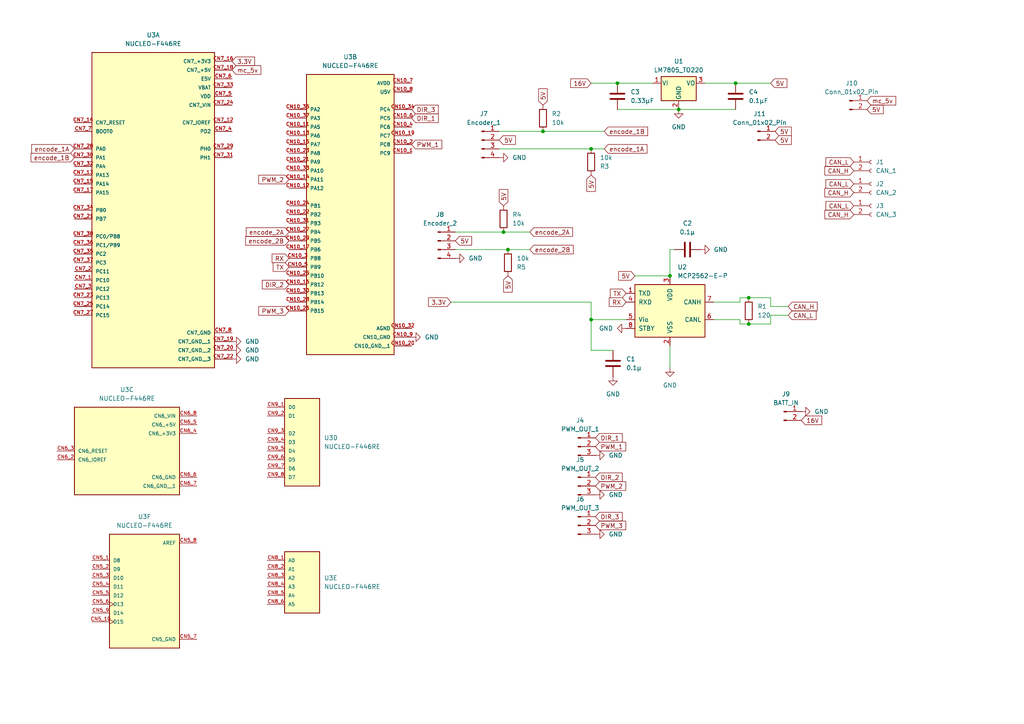
<source format=kicad_sch>
(kicad_sch (version 20231120) (generator "eeschema") (generator_version "8.0")
  (paper "A4")
  (lib_symbols
    (symbol "Connector:Conn_01x02_Pin" (pin_names (offset 1.016) hide)
      (property "Reference" "J" (at 0 2.54 0))
      (property "Value" "Conn_01x02_Pin" (at 0 -5.08 0))
      (symbol "Conn_01x02_Pin_1_1"
        (polyline (pts (xy 1.27 -2.54) (xy 0.8636 -2.54)) (stroke (width 0.1524)))
        (polyline (pts (xy 1.27 0) (xy 0.8636 0)) (stroke (width 0.1524)))
        (rectangle (start 0.8636 -2.413) (end 0 -2.667) (stroke (width 0.1524)) (fill (type outline)))
        (rectangle (start 0.8636 0.127) (end 0 -0.127) (stroke (width 0.1524)) (fill (type outline)))
        (pin passive line (at 5.08 0 180) (length 3.81) (name "Pin_1") (number "1"))
        (pin passive line (at 5.08 -2.54 180) (length 3.81) (name "Pin_2") (number "2"))
      )
    )
    (symbol "Connector:Conn_01x02_Socket" (pin_names (offset 1.016) hide)
      (property "Reference" "J" (at 0 2.54 0))
      (property "Value" "Conn_01x02_Socket" (at 0 -5.08 0))
      (symbol "Conn_01x02_Socket_1_1"
        (arc (start 0 -2.032) (mid -0.5058 -2.54) (end 0 -3.048) (stroke (width 0.1524)))
        (polyline (pts (xy -1.27 -2.54) (xy -0.508 -2.54)) (stroke (width 0.1524)))
        (polyline (pts (xy -1.27 0) (xy -0.508 0)) (stroke (width 0.1524)))
        (arc (start 0 0.508) (mid -0.5058 0) (end 0 -0.508) (stroke (width 0.1524)))
        (pin passive line (at -5.08 0 0) (length 3.81) (name "Pin_1") (number "1"))
        (pin passive line (at -5.08 -2.54 0) (length 3.81) (name "Pin_2") (number "2"))
      )
    )
    (symbol "Connector:Conn_01x03_Pin" (pin_names (offset 1.016) hide)
      (property "Reference" "J" (at 0 5.08 0))
      (property "Value" "Conn_01x03_Pin" (at 0 -5.08 0))
      (symbol "Conn_01x03_Pin_1_1"
        (polyline (pts (xy 1.27 -2.54) (xy 0.8636 -2.54)) (stroke (width 0.1524)))
        (polyline (pts (xy 1.27 0) (xy 0.8636 0)) (stroke (width 0.1524)))
        (polyline (pts (xy 1.27 2.54) (xy 0.8636 2.54)) (stroke (width 0.1524)))
        (rectangle (start 0.8636 -2.413) (end 0 -2.667) (stroke (width 0.1524)) (fill (type outline)))
        (rectangle (start 0.8636 0.127) (end 0 -0.127) (stroke (width 0.1524)) (fill (type outline)))
        (rectangle (start 0.8636 2.667) (end 0 2.413) (stroke (width 0.1524)) (fill (type outline)))
        (pin passive line (at 5.08 2.54 180) (length 3.81) (name "Pin_1") (number "1"))
        (pin passive line (at 5.08 0 180) (length 3.81) (name "Pin_2") (number "2"))
        (pin passive line (at 5.08 -2.54 180) (length 3.81) (name "Pin_3") (number "3"))
      )
    )
    (symbol "Connector:Conn_01x04_Pin" (pin_names (offset 1.016) hide)
      (property "Reference" "J" (at 0 5.08 0))
      (property "Value" "Conn_01x04_Pin" (at 0 -7.62 0))
      (symbol "Conn_01x04_Pin_1_1"
        (polyline (pts (xy 1.27 -5.08) (xy 0.8636 -5.08)) (stroke (width 0.1524)))
        (polyline (pts (xy 1.27 -2.54) (xy 0.8636 -2.54)) (stroke (width 0.1524)))
        (polyline (pts (xy 1.27 0) (xy 0.8636 0)) (stroke (width 0.1524)))
        (polyline (pts (xy 1.27 2.54) (xy 0.8636 2.54)) (stroke (width 0.1524)))
        (rectangle (start 0.8636 -4.953) (end 0 -5.207) (stroke (width 0.1524)) (fill (type outline)))
        (rectangle (start 0.8636 -2.413) (end 0 -2.667) (stroke (width 0.1524)) (fill (type outline)))
        (rectangle (start 0.8636 0.127) (end 0 -0.127) (stroke (width 0.1524)) (fill (type outline)))
        (rectangle (start 0.8636 2.667) (end 0 2.413) (stroke (width 0.1524)) (fill (type outline)))
        (pin passive line (at 5.08 2.54 180) (length 3.81) (name "Pin_1") (number "1"))
        (pin passive line (at 5.08 0 180) (length 3.81) (name "Pin_2") (number "2"))
        (pin passive line (at 5.08 -2.54 180) (length 3.81) (name "Pin_3") (number "3"))
        (pin passive line (at 5.08 -5.08 180) (length 3.81) (name "Pin_4") (number "4"))
      )
    )
    (symbol "Device:C" (pin_numbers hide) (pin_names (offset 0.254))
      (property "Reference" "C" (at 0.635 2.54 0))
      (property "Value" "C" (at 0.635 -2.54 0))
      (symbol "C_0_1"
        (polyline (pts (xy -2.032 -0.762) (xy 2.032 -0.762)) (stroke (width 0.508)))
        (polyline (pts (xy -2.032 0.762) (xy 2.032 0.762)) (stroke (width 0.508)))
      )
      (symbol "C_1_1"
        (pin passive line (at 0 3.81 270) (length 2.794) (name "~") (number "1"))
        (pin passive line (at 0 -3.81 90) (length 2.794) (name "~") (number "2"))
      )
    )
    (symbol "Device:R" (pin_numbers hide) (pin_names (offset 0))
      (property "Reference" "R" (at 2.032 0 90))
      (property "Value" "R" (at 0 0 90))
      (symbol "R_0_1"
        (rectangle (start -1.016 -2.54) (end 1.016 2.54) (stroke (width 0.254)))
      )
      (symbol "R_1_1"
        (pin passive line (at 0 3.81 270) (length 1.27) (name "~") (number "1"))
        (pin passive line (at 0 -3.81 90) (length 1.27) (name "~") (number "2"))
      )
    )
    (symbol "Interface_CAN_LIN:MCP2562-E-P" (pin_names (offset 1.016))
      (property "Reference" "U" (at -10.16 8.89 0))
      (property "Value" "MCP2562-E-P" (at 2.54 8.89 0))
      (symbol "MCP2562-E-P_0_1"
        (rectangle (start -10.16 7.62) (end 10.16 -7.62) (stroke (width 0.254)) (fill (type background)))
      )
      (symbol "MCP2562-E-P_1_1"
        (pin input line (at -12.7 5.08 0) (length 2.54) (name "TXD") (number "1"))
        (pin power_in line (at 0 -10.16 90) (length 2.54) (name "VSS") (number "2"))
        (pin power_in line (at 0 10.16 270) (length 2.54) (name "VDD") (number "3"))
        (pin output line (at -12.7 2.54 0) (length 2.54) (name "RXD") (number "4"))
        (pin power_in line (at -12.7 -2.54 0) (length 2.54) (name "Vio") (number "5"))
        (pin bidirectional line (at 12.7 -2.54 180) (length 2.54) (name "CANL") (number "6"))
        (pin bidirectional line (at 12.7 2.54 180) (length 2.54) (name "CANH") (number "7"))
        (pin input line (at -12.7 -5.08 0) (length 2.54) (name "STBY") (number "8"))
      )
    )
    (symbol "NUCLEO-F446RE:NUCLEO-F446RE" (pin_names (offset 1.016))
      (property "Reference" "U" (at -17.78 41.91 0))
      (property "Value" "NUCLEO-F446RE" (at -17.78 -52.07 0))
      (symbol "NUCLEO-F446RE_1_0"
        (rectangle (start -17.78 -50.8) (end 17.78 40.64) (stroke (width 0.254)) (fill (type background)))
        (pin bidirectional line (at -22.86 -25.4 0) (length 5.08) (name "PC10") (number "CN7_1"))
        (pin bidirectional line (at 22.86 20.32 180) (length 5.08) (name "CN7_IOREF") (number "CN7_12"))
        (pin bidirectional line (at -22.86 5.08 0) (length 5.08) (name "PA13") (number "CN7_13"))
        (pin bidirectional line (at -22.86 20.32 0) (length 5.08) (name "CN7_RESET") (number "CN7_14"))
        (pin bidirectional line (at -22.86 2.54 0) (length 5.08) (name "PA14") (number "CN7_15"))
        (pin power_in line (at 22.86 38.1 180) (length 5.08) (name "CN7_+3V3") (number "CN7_16"))
        (pin bidirectional line (at -22.86 0 0) (length 5.08) (name "PA15") (number "CN7_17"))
        (pin power_in line (at 22.86 35.56 180) (length 5.08) (name "CN7_+5V") (number "CN7_18"))
        (pin power_in line (at 22.86 -43.18 180) (length 5.08) (name "CN7_GND__1") (number "CN7_19"))
        (pin bidirectional line (at -22.86 -22.86 0) (length 5.08) (name "PC11") (number "CN7_2"))
        (pin power_in line (at 22.86 -45.72 180) (length 5.08) (name "CN7_GND__2") (number "CN7_20"))
        (pin bidirectional line (at -22.86 -7.62 0) (length 5.08) (name "PB7") (number "CN7_21"))
        (pin power_in line (at 22.86 -48.26 180) (length 5.08) (name "CN7_GND__3") (number "CN7_22"))
        (pin bidirectional line (at -22.86 -30.48 0) (length 5.08) (name "PC13") (number "CN7_23"))
        (pin power_in line (at 22.86 25.4 180) (length 5.08) (name "CN7_VIN") (number "CN7_24"))
        (pin bidirectional line (at -22.86 -33.02 0) (length 5.08) (name "PC14") (number "CN7_25"))
        (pin bidirectional line (at -22.86 -35.56 0) (length 5.08) (name "PC15") (number "CN7_27"))
        (pin bidirectional line (at -22.86 12.7 0) (length 5.08) (name "PA0") (number "CN7_28"))
        (pin bidirectional line (at 22.86 12.7 180) (length 5.08) (name "PH0") (number "CN7_29"))
        (pin bidirectional line (at -22.86 -27.94 0) (length 5.08) (name "PC12") (number "CN7_3"))
        (pin bidirectional line (at -22.86 10.16 0) (length 5.08) (name "PA1") (number "CN7_30"))
        (pin bidirectional line (at 22.86 10.16 180) (length 5.08) (name "PH1") (number "CN7_31"))
        (pin bidirectional line (at -22.86 7.62 0) (length 5.08) (name "PA4") (number "CN7_32"))
        (pin power_in line (at 22.86 30.48 180) (length 5.08) (name "VBAT") (number "CN7_33"))
        (pin bidirectional line (at -22.86 -5.08 0) (length 5.08) (name "PB0") (number "CN7_34"))
        (pin bidirectional line (at -22.86 -17.78 0) (length 5.08) (name "PC2") (number "CN7_35"))
        (pin bidirectional line (at -22.86 -15.24 0) (length 5.08) (name "PC1/PB9") (number "CN7_36"))
        (pin bidirectional line (at -22.86 -20.32 0) (length 5.08) (name "PC3") (number "CN7_37"))
        (pin bidirectional line (at -22.86 -12.7 0) (length 5.08) (name "PC0/PB8") (number "CN7_38"))
        (pin bidirectional line (at 22.86 17.78 180) (length 5.08) (name "PD2") (number "CN7_4"))
        (pin power_in line (at 22.86 27.94 180) (length 5.08) (name "VDD") (number "CN7_5"))
        (pin power_in line (at 22.86 33.02 180) (length 5.08) (name "E5V") (number "CN7_6"))
        (pin bidirectional line (at -22.86 17.78 0) (length 5.08) (name "BOOT0") (number "CN7_7"))
        (pin power_in line (at 22.86 -40.64 180) (length 5.08) (name "CN7_GND") (number "CN7_8"))
      )
      (symbol "NUCLEO-F446RE_2_0"
        (rectangle (start -12.7 -43.18) (end 12.7 38.1) (stroke (width 0.254)) (fill (type background)))
        (pin bidirectional line (at 17.78 15.24 180) (length 5.08) (name "PC9") (number "CN10_1"))
        (pin bidirectional line (at -17.78 22.86 0) (length 5.08) (name "PA5") (number "CN10_11"))
        (pin bidirectional line (at -17.78 5.08 0) (length 5.08) (name "PA12") (number "CN10_12"))
        (pin bidirectional line (at -17.78 20.32 0) (length 5.08) (name "PA6") (number "CN10_13"))
        (pin bidirectional line (at -17.78 7.62 0) (length 5.08) (name "PA11") (number "CN10_14"))
        (pin bidirectional line (at -17.78 17.78 0) (length 5.08) (name "PA7") (number "CN10_15"))
        (pin bidirectional line (at -17.78 -22.86 0) (length 5.08) (name "PB12") (number "CN10_16"))
        (pin bidirectional line (at -17.78 -12.7 0) (length 5.08) (name "PB6") (number "CN10_17"))
        (pin bidirectional line (at 17.78 20.32 180) (length 5.08) (name "PC7") (number "CN10_19"))
        (pin bidirectional line (at 17.78 17.78 180) (length 5.08) (name "PC8") (number "CN10_2"))
        (pin power_in line (at 17.78 -40.64 180) (length 5.08) (name "CN10_GND__1") (number "CN10_20"))
        (pin bidirectional line (at -17.78 12.7 0) (length 5.08) (name "PA9") (number "CN10_21"))
        (pin bidirectional line (at -17.78 -2.54 0) (length 5.08) (name "PB2") (number "CN10_22"))
        (pin bidirectional line (at -17.78 15.24 0) (length 5.08) (name "PA8") (number "CN10_23"))
        (pin bidirectional line (at -17.78 0 0) (length 5.08) (name "PB1") (number "CN10_24"))
        (pin bidirectional line (at -17.78 -20.32 0) (length 5.08) (name "PB10") (number "CN10_25"))
        (pin bidirectional line (at -17.78 -30.48 0) (length 5.08) (name "PB15") (number "CN10_26"))
        (pin bidirectional line (at -17.78 -7.62 0) (length 5.08) (name "PB4") (number "CN10_27"))
        (pin bidirectional line (at -17.78 -27.94 0) (length 5.08) (name "PB14") (number "CN10_28"))
        (pin bidirectional line (at -17.78 -10.16 0) (length 5.08) (name "PB5") (number "CN10_29"))
        (pin bidirectional line (at -17.78 -15.24 0) (length 5.08) (name "PB8") (number "CN10_3"))
        (pin bidirectional line (at -17.78 -25.4 0) (length 5.08) (name "PB13") (number "CN10_30"))
        (pin bidirectional line (at -17.78 -5.08 0) (length 5.08) (name "PB3") (number "CN10_31"))
        (pin power_in line (at 17.78 -35.56 180) (length 5.08) (name "AGND") (number "CN10_32"))
        (pin bidirectional line (at -17.78 10.16 0) (length 5.08) (name "PA10") (number "CN10_33"))
        (pin bidirectional line (at 17.78 27.94 180) (length 5.08) (name "PC4") (number "CN10_34"))
        (pin bidirectional line (at -17.78 27.94 0) (length 5.08) (name "PA2") (number "CN10_35"))
        (pin bidirectional line (at -17.78 25.4 0) (length 5.08) (name "PA3") (number "CN10_37"))
        (pin bidirectional line (at 17.78 22.86 180) (length 5.08) (name "PC6") (number "CN10_4"))
        (pin bidirectional line (at -17.78 -17.78 0) (length 5.08) (name "PB9") (number "CN10_5"))
        (pin bidirectional line (at 17.78 25.4 180) (length 5.08) (name "PC5") (number "CN10_6"))
        (pin power_in line (at 17.78 35.56 180) (length 5.08) (name "AVDD") (number "CN10_7"))
        (pin power_in line (at 17.78 33.02 180) (length 5.08) (name "U5V") (number "CN10_8"))
        (pin power_in line (at 17.78 -38.1 180) (length 5.08) (name "CN10_GND") (number "CN10_9"))
      )
      (symbol "NUCLEO-F446RE_3_0"
        (rectangle (start -15.24 -15.24) (end 15.24 10.16) (stroke (width 0.254)) (fill (type background)))
        (pin bidirectional line (at -20.32 -5.08 0) (length 5.08) (name "CN6_IOREF") (number "CN6_2"))
        (pin bidirectional line (at -20.32 -2.54 0) (length 5.08) (name "CN6_RESET") (number "CN6_3"))
        (pin power_in line (at 20.32 2.54 180) (length 5.08) (name "CN6_+3V3") (number "CN6_4"))
        (pin power_in line (at 20.32 5.08 180) (length 5.08) (name "CN6_+5V") (number "CN6_5"))
        (pin power_in line (at 20.32 -10.16 180) (length 5.08) (name "CN6_GND") (number "CN6_6"))
        (pin power_in line (at 20.32 -12.7 180) (length 5.08) (name "CN6_GND__1") (number "CN6_7"))
        (pin power_in line (at 20.32 7.62 180) (length 5.08) (name "CN6_VIN") (number "CN6_8"))
      )
      (symbol "NUCLEO-F446RE_4_0"
        (rectangle (start -5.08 -12.7) (end 5.08 12.7) (stroke (width 0.254)) (fill (type background)))
        (pin input line (at -10.16 10.16 0) (length 5.08) (name "D0") (number "CN9_1"))
        (pin output line (at -10.16 7.62 0) (length 5.08) (name "D1") (number "CN9_2"))
        (pin bidirectional line (at -10.16 2.54 0) (length 5.08) (name "D2") (number "CN9_3"))
        (pin bidirectional line (at -10.16 0 0) (length 5.08) (name "D3") (number "CN9_4"))
        (pin bidirectional line (at -10.16 -2.54 0) (length 5.08) (name "D4") (number "CN9_5"))
        (pin bidirectional line (at -10.16 -5.08 0) (length 5.08) (name "D5") (number "CN9_6"))
        (pin bidirectional line (at -10.16 -7.62 0) (length 5.08) (name "D6") (number "CN9_7"))
        (pin bidirectional line (at -10.16 -10.16 0) (length 5.08) (name "D7") (number "CN9_8"))
      )
      (symbol "NUCLEO-F446RE_5_0"
        (rectangle (start -5.08 -10.16) (end 5.08 7.62) (stroke (width 0.254)) (fill (type background)))
        (pin input line (at -10.16 5.08 0) (length 5.08) (name "A0") (number "CN8_1"))
        (pin input line (at -10.16 2.54 0) (length 5.08) (name "A1") (number "CN8_2"))
        (pin input line (at -10.16 0 0) (length 5.08) (name "A2") (number "CN8_3"))
        (pin input line (at -10.16 -2.54 0) (length 5.08) (name "A3") (number "CN8_4"))
        (pin input line (at -10.16 -5.08 0) (length 5.08) (name "A4") (number "CN8_5"))
        (pin input line (at -10.16 -7.62 0) (length 5.08) (name "A5") (number "CN8_6"))
      )
      (symbol "NUCLEO-F446RE_6_0"
        (rectangle (start -10.16 -17.78) (end 10.16 15.24) (stroke (width 0.254)) (fill (type background)))
        (pin bidirectional line (at -15.24 7.62 0) (length 5.08) (name "D8") (number "CN5_1"))
        (pin bidirectional clock (at -15.24 -10.16 0) (length 5.08) (name "D15") (number "CN5_10"))
        (pin bidirectional line (at -15.24 5.08 0) (length 5.08) (name "D9") (number "CN5_2"))
        (pin bidirectional line (at -15.24 2.54 0) (length 5.08) (name "D10") (number "CN5_3"))
        (pin bidirectional line (at -15.24 0 0) (length 5.08) (name "D11") (number "CN5_4"))
        (pin bidirectional line (at -15.24 -2.54 0) (length 5.08) (name "D12") (number "CN5_5"))
        (pin bidirectional clock (at -15.24 -5.08 0) (length 5.08) (name "D13") (number "CN5_6"))
        (pin power_in line (at 15.24 -15.24 180) (length 5.08) (name "CN5_GND") (number "CN5_7"))
        (pin power_in line (at 15.24 12.7 180) (length 5.08) (name "AREF") (number "CN5_8"))
        (pin bidirectional line (at -15.24 -7.62 0) (length 5.08) (name "D14") (number "CN5_9"))
      )
    )
    (symbol "Regulator_Linear:LM7805_TO220" (pin_names (offset 0.254))
      (property "Reference" "U" (at -3.81 3.175 0))
      (property "Value" "LM7805_TO220" (at 0 3.175 0))
      (symbol "LM7805_TO220_0_1"
        (rectangle (start -5.08 1.905) (end 5.08 -5.08) (stroke (width 0.254)) (fill (type background)))
      )
      (symbol "LM7805_TO220_1_1"
        (pin power_in line (at -7.62 0 0) (length 2.54) (name "VI") (number "1"))
        (pin power_in line (at 0 -7.62 90) (length 2.54) (name "GND") (number "2"))
        (pin power_out line (at 7.62 0 180) (length 2.54) (name "VO") (number "3"))
      )
    )
    (symbol "power:GND" (power) (pin_numbers hide) (pin_names (offset 0) hide)
      (property "Value" "GND" (at 0 -3.81 0))
      (symbol "GND_0_1"
        (polyline (pts (xy 0 0) (xy 0 -1.27) (xy 1.27 -1.27) (xy 0 -2.54) (xy -1.27 -1.27) (xy 0 -1.27)))
      )
      (symbol "GND_1_1"
        (pin power_in line (at 0 0 270) (length 0) (name "~") (number "1"))
      )
    )
  )
  (junction (at 196.85 31.75))
  (junction (at 194.31 80.01))
  (junction (at 179.07 24.13))
  (junction (at 146.05 67.31))
  (junction (at 171.45 92.71))
  (junction (at 217.17 93.98))
  (junction (at 147.32 72.39))
  (junction (at 171.45 43.18))
  (junction (at 157.48 38.1))
  (junction (at 217.17 86.36))
  (junction (at 213.36 24.13))
  (wire (pts (xy 196.85 31.75) (xy 213.36 31.75)))
  (wire (pts (xy 146.05 67.31) (xy 132.08 67.31)))
  (wire (pts (xy 214.63 93.98) (xy 217.17 93.98)))
  (wire (pts (xy 171.45 92.71) (xy 181.61 92.71)))
  (wire (pts (xy 171.45 24.13) (xy 179.07 24.13)))
  (wire (pts (xy 195.58 72.39) (xy 194.31 72.39)))
  (wire (pts (xy 204.47 24.13) (xy 213.36 24.13)))
  (wire (pts (xy 184.15 80.01) (xy 194.31 80.01)))
  (wire (pts (xy 223.52 86.36) (xy 217.17 86.36)))
  (wire (pts (xy 171.45 87.63) (xy 171.45 92.71)))
  (wire (pts (xy 175.26 43.18) (xy 171.45 43.18)))
  (wire (pts (xy 171.45 43.18) (xy 144.78 43.18)))
  (wire (pts (xy 223.52 93.98) (xy 217.17 93.98)))
  (wire (pts (xy 171.45 92.71) (xy 171.45 101.6)))
  (wire (pts (xy 194.31 100.33) (xy 194.31 106.68)))
  (wire (pts (xy 194.31 72.39) (xy 194.31 80.01)))
  (wire (pts (xy 147.32 72.39) (xy 153.67 72.39)))
  (wire (pts (xy 147.32 72.39) (xy 132.08 72.39)))
  (wire (pts (xy 171.45 101.6) (xy 177.8 101.6)))
  (wire (pts (xy 214.63 86.36) (xy 217.17 86.36)))
  (wire (pts (xy 207.01 87.63) (xy 214.63 87.63)))
  (wire (pts (xy 157.48 38.1) (xy 144.78 38.1)))
  (wire (pts (xy 228.6 88.9) (xy 223.52 88.9)))
  (wire (pts (xy 214.63 92.71) (xy 214.63 93.98)))
  (wire (pts (xy 228.6 91.44) (xy 223.52 91.44)))
  (wire (pts (xy 175.26 38.1) (xy 157.48 38.1)))
  (wire (pts (xy 214.63 87.63) (xy 214.63 86.36)))
  (wire (pts (xy 179.07 31.75) (xy 196.85 31.75)))
  (wire (pts (xy 223.52 88.9) (xy 223.52 86.36)))
  (wire (pts (xy 223.52 91.44) (xy 223.52 93.98)))
  (wire (pts (xy 179.07 24.13) (xy 189.23 24.13)))
  (wire (pts (xy 146.05 67.31) (xy 153.67 67.31)))
  (wire (pts (xy 130.81 87.63) (xy 171.45 87.63)))
  (wire (pts (xy 213.36 24.13) (xy 223.52 24.13)))
  (wire (pts (xy 207.01 92.71) (xy 214.63 92.71)))
  (global_label "PWM_3" (shape input) (at 172.72 152.4 0) (property "Intersheetrefs" "${INTERSHEET_REFS}" (effects (hide yes))))
  (global_label "5V" (shape input) (at 157.48 30.48 90) (property "Intersheetrefs" "${INTERSHEET_REFS}" (effects (hide yes))))
  (global_label "TX" (shape input) (at 83.82 77.47 180) (property "Intersheetrefs" "${INTERSHEET_REFS}" (effects (hide yes))))
  (global_label "5V" (shape input) (at 146.05 59.69 90) (property "Intersheetrefs" "${INTERSHEET_REFS}" (effects (hide yes))))
  (global_label "DIR_2" (shape input) (at 83.82 82.55 180) (property "Intersheetrefs" "${INTERSHEET_REFS}" (effects (hide yes))))
  (global_label "PWM_3" (shape input) (at 83.82 90.17 180) (property "Intersheetrefs" "${INTERSHEET_REFS}" (effects (hide yes))))
  (global_label "CAN_H" (shape input) (at 247.65 55.88 180) (property "Intersheetrefs" "${INTERSHEET_REFS}" (effects (hide yes))))
  (global_label "encode_2A" (shape input) (at 83.82 67.31 180) (property "Intersheetrefs" "${INTERSHEET_REFS}" (effects (hide yes))))
  (global_label "DIR_1" (shape input) (at 172.72 127 0) (property "Intersheetrefs" "${INTERSHEET_REFS}" (effects (hide yes))))
  (global_label "5V" (shape input) (at 171.45 50.8 270) (property "Intersheetrefs" "${INTERSHEET_REFS}" (effects (hide yes))))
  (global_label "5V" (shape input) (at 144.78 40.64 0) (property "Intersheetrefs" "${INTERSHEET_REFS}" (effects (hide yes))))
  (global_label "CAN_H" (shape input) (at 228.6 88.9 0) (property "Intersheetrefs" "${INTERSHEET_REFS}" (effects (hide yes))))
  (global_label "5V" (shape input) (at 224.79 38.1 0) (property "Intersheetrefs" "${INTERSHEET_REFS}" (effects (hide yes))))
  (global_label "PWM_1" (shape input) (at 172.72 129.54 0) (property "Intersheetrefs" "${INTERSHEET_REFS}" (effects (hide yes))))
  (global_label "CAN_L" (shape input) (at 228.6 91.44 0) (property "Intersheetrefs" "${INTERSHEET_REFS}" (effects (hide yes))))
  (global_label "TX" (shape input) (at 181.61 85.09 180) (property "Intersheetrefs" "${INTERSHEET_REFS}" (effects (hide yes))))
  (global_label "5V" (shape input) (at 184.15 80.01 180) (property "Intersheetrefs" "${INTERSHEET_REFS}" (effects (hide yes))))
  (global_label "DIR_1" (shape input) (at 119.38 34.29 0) (property "Intersheetrefs" "${INTERSHEET_REFS}" (effects (hide yes))))
  (global_label "5V" (shape input) (at 132.08 69.85 0) (property "Intersheetrefs" "${INTERSHEET_REFS}" (effects (hide yes))))
  (global_label "mc_5v" (shape input) (at 67.31 20.32 0) (property "Intersheetrefs" "${INTERSHEET_REFS}" (effects (hide yes))))
  (global_label "encode_2B" (shape input) (at 153.67 72.39 0) (property "Intersheetrefs" "${INTERSHEET_REFS}" (effects (hide yes))))
  (global_label "encode_1A" (shape input) (at 175.26 43.18 0) (property "Intersheetrefs" "${INTERSHEET_REFS}" (effects (hide yes))))
  (global_label "CAN_H" (shape input) (at 247.65 62.23 180) (property "Intersheetrefs" "${INTERSHEET_REFS}" (effects (hide yes))))
  (global_label "encode_1B" (shape input) (at 21.59 45.72 180) (property "Intersheetrefs" "${INTERSHEET_REFS}" (effects (hide yes))))
  (global_label "CAN_H" (shape input) (at 247.65 49.53 180) (property "Intersheetrefs" "${INTERSHEET_REFS}" (effects (hide yes))))
  (global_label "CAN_L" (shape input) (at 247.65 46.99 180) (property "Intersheetrefs" "${INTERSHEET_REFS}" (effects (hide yes))))
  (global_label "5V" (shape input) (at 223.52 24.13 0) (property "Intersheetrefs" "${INTERSHEET_REFS}" (effects (hide yes))))
  (global_label "16V" (shape input) (at 232.41 121.92 0) (property "Intersheetrefs" "${INTERSHEET_REFS}" (effects (hide yes))))
  (global_label "5V" (shape input) (at 147.32 80.01 270) (property "Intersheetrefs" "${INTERSHEET_REFS}" (effects (hide yes))))
  (global_label "RX" (shape input) (at 181.61 87.63 180) (property "Intersheetrefs" "${INTERSHEET_REFS}" (effects (hide yes))))
  (global_label "16V" (shape input) (at 171.45 24.13 180) (property "Intersheetrefs" "${INTERSHEET_REFS}" (effects (hide yes))))
  (global_label "3.3V" (shape input) (at 130.81 87.63 180) (property "Intersheetrefs" "${INTERSHEET_REFS}" (effects (hide yes))))
  (global_label "PWM_2" (shape input) (at 172.72 140.97 0) (property "Intersheetrefs" "${INTERSHEET_REFS}" (effects (hide yes))))
  (global_label "3.3V" (shape input) (at 67.31 17.78 0) (property "Intersheetrefs" "${INTERSHEET_REFS}" (effects (hide yes))))
  (global_label "PWM_1" (shape input) (at 119.38 41.91 0) (property "Intersheetrefs" "${INTERSHEET_REFS}" (effects (hide yes))))
  (global_label "mc_5v" (shape input) (at 251.46 29.21 0) (property "Intersheetrefs" "${INTERSHEET_REFS}" (effects (hide yes))))
  (global_label "CAN_L" (shape input) (at 247.65 53.34 180) (property "Intersheetrefs" "${INTERSHEET_REFS}" (effects (hide yes))))
  (global_label "CAN_L" (shape input) (at 247.65 59.69 180) (property "Intersheetrefs" "${INTERSHEET_REFS}" (effects (hide yes))))
  (global_label "DIR_2" (shape input) (at 172.72 138.43 0) (property "Intersheetrefs" "${INTERSHEET_REFS}" (effects (hide yes))))
  (global_label "DIR_3" (shape input) (at 172.72 149.86 0) (property "Intersheetrefs" "${INTERSHEET_REFS}" (effects (hide yes))))
  (global_label "encode_1B" (shape input) (at 175.26 38.1 0) (property "Intersheetrefs" "${INTERSHEET_REFS}" (effects (hide yes))))
  (global_label "encode_1A" (shape input) (at 21.59 43.18 180) (property "Intersheetrefs" "${INTERSHEET_REFS}" (effects (hide yes))))
  (global_label "RX" (shape input) (at 83.82 74.93 180) (property "Intersheetrefs" "${INTERSHEET_REFS}" (effects (hide yes))))
  (global_label "encode_2A" (shape input) (at 153.67 67.31 0) (property "Intersheetrefs" "${INTERSHEET_REFS}" (effects (hide yes))))
  (global_label "5V" (shape input) (at 251.46 31.75 0) (property "Intersheetrefs" "${INTERSHEET_REFS}" (effects (hide yes))))
  (global_label "PWM_2" (shape input) (at 83.82 52.07 180) (property "Intersheetrefs" "${INTERSHEET_REFS}" (effects (hide yes))))
  (global_label "5V" (shape input) (at 224.79 40.64 0) (property "Intersheetrefs" "${INTERSHEET_REFS}" (effects (hide yes))))
  (global_label "DIR_3" (shape input) (at 119.38 31.75 0) (property "Intersheetrefs" "${INTERSHEET_REFS}" (effects (hide yes))))
  (global_label "encode_2B" (shape input) (at 83.82 69.85 180) (property "Intersheetrefs" "${INTERSHEET_REFS}" (effects (hide yes))))
  (symbol (lib_id "power:GND") (at 67.31 99.06 90) (unit 1)
    (property "Reference" "#PWR07" (effects (hide yes)))
    (property "Value" "GND" (at 71.12 99.0599 90) (effects (justify right)))
    (property "Description" "Power symbol creates a global label with name \"GND\" , ground" (effects (hide yes)))
  )
  (symbol (lib_id "power:GND") (at 196.85 31.75 0) (unit 1)
    (property "Reference" "#PWR014" (effects (hide yes)))
    (property "Value" "GND" (at 196.85 36.83 0))
    (property "Description" "Power symbol creates a global label with name \"GND\" , ground" (effects (hide yes)))
  )
  (symbol (lib_id "NUCLEO-F446RE:NUCLEO-F446RE") (at 87.63 167.64 0) (unit 5)
    (property "Reference" "U3" (at 93.98 167.6399 0) (effects (justify left)))
    (property "Value" "NUCLEO-F446RE" (at 93.98 170.1799 0) (effects (justify left)))
    (property "Footprint" "NUCLEO_F446RE.pritty:MODULE_NUCLEO-F446RE" (effects (hide yes)))
    (property "PARTREV" "13" (effects (hide yes)))
    (property "STANDARD" "Manufacturer Recommendations" (effects (hide yes)))
    (property "MANUFACTURER" "STMicroelectronics" (effects (hide yes)))
  )
  (symbol (lib_id "power:GND") (at 181.61 95.25 270) (unit 1)
    (property "Reference" "#PWR01" (effects (hide yes)))
    (property "Value" "GND" (at 177.8 95.2499 90) (effects (justify right)))
    (property "Description" "Power symbol creates a global label with name \"GND\" , ground" (effects (hide yes)))
  )
  (symbol (lib_id "power:GND") (at 119.38 97.79 90) (unit 1)
    (property "Reference" "#PWR08" (effects (hide yes)))
    (property "Value" "GND" (at 123.19 97.7899 90) (effects (justify right)))
    (property "Description" "Power symbol creates a global label with name \"GND\" , ground" (effects (hide yes)))
  )
  (symbol (lib_id "Connector:Conn_01x03_Pin") (at 167.64 152.4 0) (unit 1)
    (property "Reference" "J6" (at 168.275 144.78 0))
    (property "Value" "PWM_OUT_3" (at 168.275 147.32 0))
    (property "Footprint" "Connector_JST:JST_XH_S3B-XH-A-1_1x03_P2.50mm_Horizontal" (effects (hide yes)))
    (property "Description" "Generic connector, single row, 01x03, script generated" (effects (hide yes)))
  )
  (symbol (lib_id "power:GND") (at 232.41 119.38 90) (unit 1)
    (property "Reference" "#PWR013" (effects (hide yes)))
    (property "Value" "GND" (at 236.22 119.3799 90) (effects (justify right)))
    (property "Description" "Power symbol creates a global label with name \"GND\" , ground" (effects (hide yes)))
  )
  (symbol (lib_id "Connector:Conn_01x02_Socket") (at 252.73 59.69 0) (unit 1)
    (property "Reference" "J3" (at 254 59.6899 0) (effects (justify left)))
    (property "Value" "CAN_3" (at 254 62.2299 0) (effects (justify left)))
    (property "Footprint" "Connector_JST:JST_XH_S2B-XH-A-1_1x02_P2.50mm_Horizontal" (effects (hide yes)))
    (property "Description" "Generic connector, single row, 01x02, script generated" (effects (hide yes)))
  )
  (symbol (lib_id "power:GND") (at 67.31 104.14 90) (unit 1)
    (property "Reference" "#PWR03" (effects (hide yes)))
    (property "Value" "GND" (at 71.12 104.1399 90) (effects (justify right)))
    (property "Description" "Power symbol creates a global label with name \"GND\" , ground" (effects (hide yes)))
  )
  (symbol (lib_id "Device:C") (at 179.07 27.94 0) (unit 1)
    (property "Reference" "C3" (at 182.88 26.6699 0) (effects (justify left)))
    (property "Value" "0.33μF" (at 182.88 29.2099 0) (effects (justify left)))
    (property "Footprint" "Capacitor_THT:C_Disc_D3.0mm_W2.0mm_P2.50mm" (effects (hide yes)))
    (property "Description" "Unpolarized capacitor" (effects (hide yes)))
  )
  (symbol (lib_id "power:GND") (at 172.72 143.51 90) (unit 1)
    (property "Reference" "#PWR010" (effects (hide yes)))
    (property "Value" "GND" (at 176.53 143.5099 90) (effects (justify right)))
    (property "Description" "Power symbol creates a global label with name \"GND\" , ground" (effects (hide yes)))
  )
  (symbol (lib_id "power:GND") (at 203.2 72.39 90) (unit 1)
    (property "Reference" "#PWR05" (effects (hide yes)))
    (property "Value" "GND" (at 207.01 72.3899 90) (effects (justify right)))
    (property "Description" "Power symbol creates a global label with name \"GND\" , ground" (effects (hide yes)))
  )
  (symbol (lib_id "Interface_CAN_LIN:MCP2562-E-P") (at 194.31 90.17 0) (unit 1)
    (property "Reference" "U2" (at 196.5041 77.47 0) (effects (justify left)))
    (property "Value" "MCP2562-E-P" (at 196.5041 80.01 0) (effects (justify left)))
    (property "Footprint" "Package_DIP:DIP-8_W7.62mm" (effects (hide yes)))
    (property "Datasheet" "http://ww1.microchip.com/downloads/en/DeviceDoc/25167A.pdf" (effects (hide yes)))
    (property "Description" "High-Speed CAN Transceiver, 1Mbps, 5V supply, Vio pin, -40C to +125C, DIP-8" (effects (hide yes)))
  )
  (symbol (lib_id "NUCLEO-F446RE:NUCLEO-F446RE") (at 44.45 55.88 0) (unit 1)
    (property "Reference" "U3" (at 44.45 10.16 0))
    (property "Value" "NUCLEO-F446RE" (at 44.45 12.7 0))
    (property "Footprint" "NUCLEO_F446RE.pritty:MODULE_NUCLEO-F446RE" (effects (hide yes)))
    (property "PARTREV" "13" (effects (hide yes)))
    (property "STANDARD" "Manufacturer Recommendations" (effects (hide yes)))
    (property "MANUFACTURER" "STMicroelectronics" (effects (hide yes)))
  )
  (symbol (lib_id "NUCLEO-F446RE:NUCLEO-F446RE") (at 101.6 59.69 0) (unit 2)
    (property "Reference" "U3" (at 101.6 16.51 0))
    (property "Value" "NUCLEO-F446RE" (at 101.6 19.05 0))
    (property "Footprint" "NUCLEO_F446RE.pritty:MODULE_NUCLEO-F446RE" (effects (hide yes)))
    (property "PARTREV" "13" (effects (hide yes)))
    (property "STANDARD" "Manufacturer Recommendations" (effects (hide yes)))
    (property "MANUFACTURER" "STMicroelectronics" (effects (hide yes)))
  )
  (symbol (lib_id "Device:R") (at 147.32 76.2 0) (mirror x) (unit 1)
    (property "Reference" "R5" (at 149.86 77.4701 0) (effects (justify left)))
    (property "Value" "10k" (at 149.86 74.9301 0) (effects (justify left)))
    (property "Footprint" "Resistor_THT:R_Axial_DIN0207_L6.3mm_D2.5mm_P10.16mm_Horizontal" (effects (hide yes)))
    (property "Description" "Resistor" (effects (hide yes)))
  )
  (symbol (lib_id "power:GND") (at 172.72 154.94 90) (unit 1)
    (property "Reference" "#PWR011" (effects (hide yes)))
    (property "Value" "GND" (at 176.53 154.9399 90) (effects (justify right)))
    (property "Description" "Power symbol creates a global label with name \"GND\" , ground" (effects (hide yes)))
  )
  (symbol (lib_id "Connector:Conn_01x02_Socket") (at 252.73 46.99 0) (unit 1)
    (property "Reference" "J1" (at 254 46.9899 0) (effects (justify left)))
    (property "Value" "CAN_1" (at 254 49.5299 0) (effects (justify left)))
    (property "Footprint" "Connector_JST:JST_XH_S2B-XH-A-1_1x02_P2.50mm_Horizontal" (effects (hide yes)))
    (property "Description" "Generic connector, single row, 01x02, script generated" (effects (hide yes)))
  )
  (symbol (lib_id "NUCLEO-F446RE:NUCLEO-F446RE") (at 41.91 170.18 0) (unit 6)
    (property "Reference" "U3" (at 41.91 149.86 0))
    (property "Value" "NUCLEO-F446RE" (at 41.91 152.4 0))
    (property "Footprint" "NUCLEO_F446RE.pritty:MODULE_NUCLEO-F446RE" (effects (hide yes)))
    (property "PARTREV" "13" (effects (hide yes)))
    (property "STANDARD" "Manufacturer Recommendations" (effects (hide yes)))
    (property "MANUFACTURER" "STMicroelectronics" (effects (hide yes)))
  )
  (symbol (lib_id "Connector:Conn_01x04_Pin") (at 139.7 40.64 0) (unit 1)
    (property "Reference" "J7" (at 140.335 33.02 0))
    (property "Value" "Encoder_1" (at 140.335 35.56 0))
    (property "Footprint" "Connector_JST:JST_XH_S4B-XH-A-1_1x04_P2.50mm_Horizontal" (effects (hide yes)))
    (property "Description" "Generic connector, single row, 01x04, script generated" (effects (hide yes)))
  )
  (symbol (lib_id "NUCLEO-F446RE:NUCLEO-F446RE") (at 36.83 128.27 0) (unit 3)
    (property "Reference" "U3" (at 36.83 113.03 0))
    (property "Value" "NUCLEO-F446RE" (at 36.83 115.57 0))
    (property "Footprint" "NUCLEO_F446RE.pritty:MODULE_NUCLEO-F446RE" (effects (hide yes)))
    (property "PARTREV" "13" (effects (hide yes)))
    (property "STANDARD" "Manufacturer Recommendations" (effects (hide yes)))
    (property "MANUFACTURER" "STMicroelectronics" (effects (hide yes)))
  )
  (symbol (lib_id "NUCLEO-F446RE:NUCLEO-F446RE") (at 87.63 128.27 0) (unit 4)
    (property "Reference" "U3" (at 93.98 126.9999 0) (effects (justify left)))
    (property "Value" "NUCLEO-F446RE" (at 93.98 129.5399 0) (effects (justify left)))
    (property "Footprint" "NUCLEO_F446RE.pritty:MODULE_NUCLEO-F446RE" (effects (hide yes)))
    (property "PARTREV" "13" (effects (hide yes)))
    (property "STANDARD" "Manufacturer Recommendations" (effects (hide yes)))
    (property "MANUFACTURER" "STMicroelectronics" (effects (hide yes)))
  )
  (symbol (lib_id "Device:C") (at 177.8 105.41 0) (unit 1)
    (property "Reference" "C1" (at 181.61 104.1399 0) (effects (justify left)))
    (property "Value" "0.1μ" (at 181.61 106.6799 0) (effects (justify left)))
    (property "Footprint" "Capacitor_THT:C_Disc_D3.0mm_W2.0mm_P2.50mm" (effects (hide yes)))
    (property "Description" "Unpolarized capacitor" (effects (hide yes)))
  )
  (symbol (lib_id "Device:R") (at 217.17 90.17 0) (unit 1)
    (property "Reference" "R1" (at 219.71 88.8999 0) (effects (justify left)))
    (property "Value" "120" (at 219.71 91.4399 0) (effects (justify left)))
    (property "Footprint" "Resistor_THT:R_Axial_DIN0207_L6.3mm_D2.5mm_P10.16mm_Horizontal" (effects (hide yes)))
    (property "Description" "Resistor" (effects (hide yes)))
  )
  (symbol (lib_id "Connector:Conn_01x02_Socket") (at 252.73 53.34 0) (unit 1)
    (property "Reference" "J2" (at 254 53.3399 0) (effects (justify left)))
    (property "Value" "CAN_2" (at 254 55.8799 0) (effects (justify left)))
    (property "Footprint" "Connector_JST:JST_XH_S2B-XH-A-1_1x02_P2.50mm_Horizontal" (effects (hide yes)))
    (property "Description" "Generic connector, single row, 01x02, script generated" (effects (hide yes)))
  )
  (symbol (lib_id "power:GND") (at 67.31 101.6 90) (unit 1)
    (property "Reference" "#PWR06" (effects (hide yes)))
    (property "Value" "GND" (at 71.12 101.5999 90) (effects (justify right)))
    (property "Description" "Power symbol creates a global label with name \"GND\" , ground" (effects (hide yes)))
  )
  (symbol (lib_id "Device:R") (at 171.45 46.99 0) (mirror x) (unit 1)
    (property "Reference" "R3" (at 173.99 48.2601 0) (effects (justify left)))
    (property "Value" "10k" (at 173.99 45.7201 0) (effects (justify left)))
    (property "Footprint" "Resistor_THT:R_Axial_DIN0207_L6.3mm_D2.5mm_P10.16mm_Horizontal" (effects (hide yes)))
    (property "Description" "Resistor" (effects (hide yes)))
  )
  (symbol (lib_id "power:GND") (at 144.78 45.72 90) (unit 1)
    (property "Reference" "#PWR012" (effects (hide yes)))
    (property "Value" "GND" (at 148.59 45.7199 90) (effects (justify right)))
    (property "Description" "Power symbol creates a global label with name \"GND\" , ground" (effects (hide yes)))
  )
  (symbol (lib_id "Device:C") (at 199.39 72.39 90) (unit 1)
    (property "Reference" "C2" (at 199.39 64.77 90))
    (property "Value" "0.1μ" (at 199.39 67.31 90))
    (property "Footprint" "Capacitor_THT:C_Disc_D3.0mm_W2.0mm_P2.50mm" (effects (hide yes)))
    (property "Description" "Unpolarized capacitor" (effects (hide yes)))
  )
  (symbol (lib_id "Connector:Conn_01x04_Pin") (at 127 69.85 0) (unit 1)
    (property "Reference" "J8" (at 127.635 62.23 0))
    (property "Value" "Encoder_2" (at 127.635 64.77 0))
    (property "Footprint" "Connector_JST:JST_XH_S4B-XH-A-1_1x04_P2.50mm_Horizontal" (effects (hide yes)))
    (property "Description" "Generic connector, single row, 01x04, script generated" (effects (hide yes)))
  )
  (symbol (lib_id "Connector:Conn_01x02_Pin") (at 219.71 38.1 0) (unit 1)
    (property "Reference" "J11" (at 220.345 33.02 0))
    (property "Value" "Conn_01x02_Pin" (at 220.345 35.56 0))
    (property "Footprint" "Connector_PinHeader_2.54mm:PinHeader_1x02_P2.54mm_Vertical" (effects (hide yes)))
    (property "Description" "Generic connector, single row, 01x02, script generated" (effects (hide yes)))
  )
  (symbol (lib_id "power:GND") (at 177.8 109.22 0) (unit 1)
    (property "Reference" "#PWR04" (effects (hide yes)))
    (property "Value" "GND" (at 177.8 114.3 0))
    (property "Description" "Power symbol creates a global label with name \"GND\" , ground" (effects (hide yes)))
  )
  (symbol (lib_id "Connector:Conn_01x03_Pin") (at 167.64 129.54 0) (unit 1)
    (property "Reference" "J4" (at 168.275 121.92 0))
    (property "Value" "PWM_OUT_1" (at 168.275 124.46 0))
    (property "Footprint" "Connector_JST:JST_XH_S3B-XH-A-1_1x03_P2.50mm_Horizontal" (effects (hide yes)))
    (property "Description" "Generic connector, single row, 01x03, script generated" (effects (hide yes)))
  )
  (symbol (lib_id "Device:C") (at 213.36 27.94 0) (unit 1)
    (property "Reference" "C4" (at 217.17 26.6699 0) (effects (justify left)))
    (property "Value" "0.1μF" (at 217.17 29.2099 0) (effects (justify left)))
    (property "Footprint" "Capacitor_THT:C_Disc_D3.0mm_W2.0mm_P2.50mm" (effects (hide yes)))
    (property "Description" "Unpolarized capacitor" (effects (hide yes)))
  )
  (symbol (lib_id "power:GND") (at 172.72 132.08 90) (unit 1)
    (property "Reference" "#PWR09" (effects (hide yes)))
    (property "Value" "GND" (at 176.53 132.0799 90) (effects (justify right)))
    (property "Description" "Power symbol creates a global label with name \"GND\" , ground" (effects (hide yes)))
  )
  (symbol (lib_id "Device:R") (at 146.05 63.5 0) (unit 1)
    (property "Reference" "R4" (at 148.59 62.2299 0) (effects (justify left)))
    (property "Value" "10k" (at 148.59 64.7699 0) (effects (justify left)))
    (property "Footprint" "Resistor_THT:R_Axial_DIN0207_L6.3mm_D2.5mm_P10.16mm_Horizontal" (effects (hide yes)))
    (property "Description" "Resistor" (effects (hide yes)))
  )
  (symbol (lib_id "Connector:Conn_01x02_Pin") (at 227.33 119.38 0) (unit 1)
    (property "Reference" "J9" (at 227.965 114.3 0))
    (property "Value" "BATT_IN" (at 227.965 116.84 0))
    (property "Footprint" "Connector_AMASS:AMASS_XT30PW-M_1x02_P2.50mm_Horizontal" (effects (hide yes)))
    (property "Description" "Generic connector, single row, 01x02, script generated" (effects (hide yes)))
  )
  (symbol (lib_id "power:GND") (at 194.31 106.68 0) (unit 1)
    (property "Reference" "#PWR02" (effects (hide yes)))
    (property "Value" "GND" (at 194.31 111.76 0))
    (property "Description" "Power symbol creates a global label with name \"GND\" , ground" (effects (hide yes)))
  )
  (symbol (lib_id "Connector:Conn_01x02_Pin") (at 246.38 29.21 0) (unit 1)
    (property "Reference" "J10" (at 247.015 24.13 0))
    (property "Value" "Conn_01x02_Pin" (at 247.015 26.67 0))
    (property "Footprint" "Connector_PinHeader_2.54mm:PinHeader_1x02_P2.54mm_Vertical" (effects (hide yes)))
    (property "Description" "Generic connector, single row, 01x02, script generated" (effects (hide yes)))
  )
  (symbol (lib_id "Connector:Conn_01x03_Pin") (at 167.64 140.97 0) (unit 1)
    (property "Reference" "J5" (at 168.275 133.35 0))
    (property "Value" "PWM_OUT_2" (at 168.275 135.89 0))
    (property "Footprint" "Connector_JST:JST_XH_S3B-XH-A-1_1x03_P2.50mm_Horizontal" (effects (hide yes)))
    (property "Description" "Generic connector, single row, 01x03, script generated" (effects (hide yes)))
  )
  (symbol (lib_id "power:GND") (at 132.08 74.93 90) (unit 1)
    (property "Reference" "#PWR015" (effects (hide yes)))
    (property "Value" "GND" (at 135.89 74.9299 90) (effects (justify right)))
    (property "Description" "Power symbol creates a global label with name \"GND\" , ground" (effects (hide yes)))
  )
  (symbol (lib_id "Regulator_Linear:LM7805_TO220") (at 196.85 24.13 0) (unit 1)
    (property "Reference" "U1" (at 196.85 17.78 0))
    (property "Value" "LM7805_TO220" (at 196.85 20.32 0))
    (property "Footprint" "Package_TO_SOT_THT:TO-220-3_Vertical" (effects (hide yes)))
    (property "Datasheet" "https://www.onsemi.cn/PowerSolutions/document/MC7800-D.PDF" (effects (hide yes)))
    (property "Description" "Positive 1A 35V Linear Regulator, Fixed Output 5V, TO-220" (effects (hide yes)))
  )
  (symbol (lib_id "Device:R") (at 157.48 34.29 0) (unit 1)
    (property "Reference" "R2" (at 160.02 33.0199 0) (effects (justify left)))
    (property "Value" "10k" (at 160.02 35.5599 0) (effects (justify left)))
    (property "Footprint" "Resistor_THT:R_Axial_DIN0207_L6.3mm_D2.5mm_P10.16mm_Horizontal" (effects (hide yes)))
    (property "Description" "Resistor" (effects (hide yes)))
  )
)
</source>
